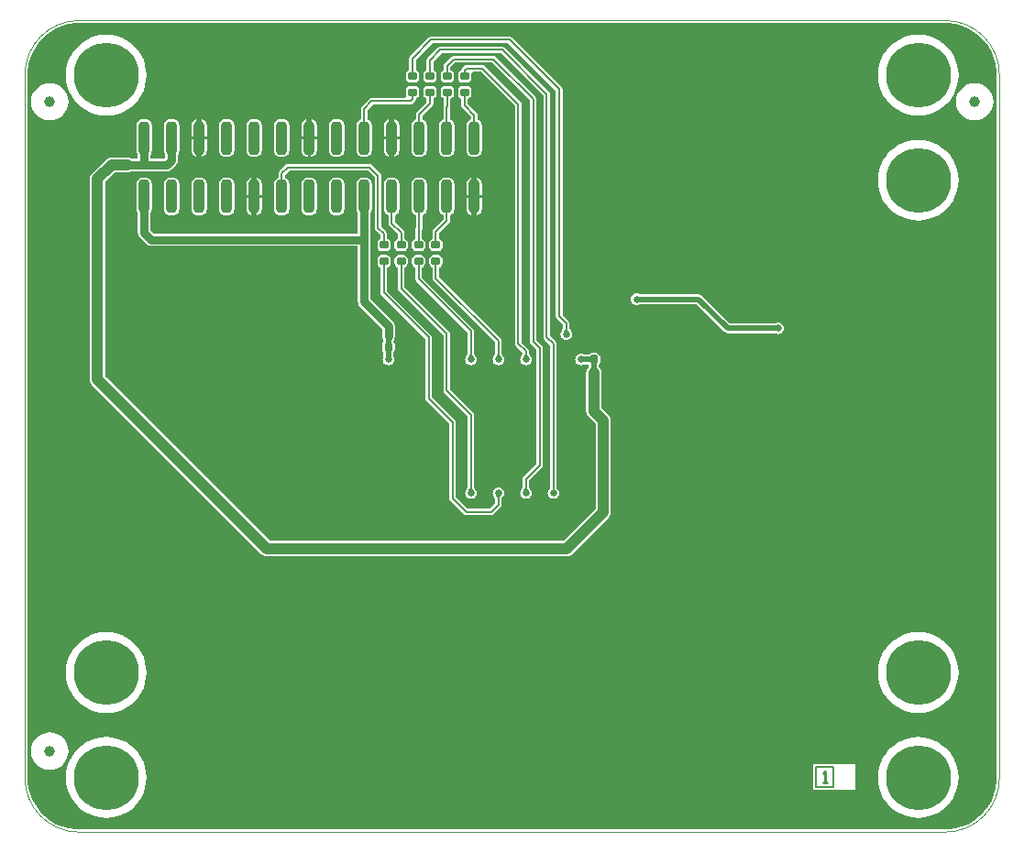
<source format=gtl>
G04*
G04 #@! TF.GenerationSoftware,Altium Limited,Altium Designer,21.1.1 (26)*
G04*
G04 Layer_Physical_Order=1*
G04 Layer_Color=255*
%FSAX44Y44*%
%MOMM*%
G71*
G04*
G04 #@! TF.SameCoordinates,61528D9D-F366-43B7-8DC3-677D280EAED6*
G04*
G04*
G04 #@! TF.FilePolarity,Positive*
G04*
G01*
G75*
%ADD10C,0.5000*%
%ADD12C,0.2500*%
%ADD13C,0.2000*%
%ADD14C,0.1000*%
G04:AMPARAMS|DCode=21|XSize=0.75mm|YSize=0.8mm|CornerRadius=0.1875mm|HoleSize=0mm|Usage=FLASHONLY|Rotation=180.000|XOffset=0mm|YOffset=0mm|HoleType=Round|Shape=RoundedRectangle|*
%AMROUNDEDRECTD21*
21,1,0.7500,0.4250,0,0,180.0*
21,1,0.3750,0.8000,0,0,180.0*
1,1,0.3750,-0.1875,0.2125*
1,1,0.3750,0.1875,0.2125*
1,1,0.3750,0.1875,-0.2125*
1,1,0.3750,-0.1875,-0.2125*
%
%ADD21ROUNDEDRECTD21*%
%ADD22C,1.0000*%
G04:AMPARAMS|DCode=23|XSize=0.75mm|YSize=0.8mm|CornerRadius=0.1875mm|HoleSize=0mm|Usage=FLASHONLY|Rotation=90.000|XOffset=0mm|YOffset=0mm|HoleType=Round|Shape=RoundedRectangle|*
%AMROUNDEDRECTD23*
21,1,0.7500,0.4250,0,0,90.0*
21,1,0.3750,0.8000,0,0,90.0*
1,1,0.3750,0.2125,0.1875*
1,1,0.3750,0.2125,-0.1875*
1,1,0.3750,-0.2125,-0.1875*
1,1,0.3750,-0.2125,0.1875*
%
%ADD23ROUNDEDRECTD23*%
G04:AMPARAMS|DCode=24|XSize=1mm|YSize=3.1mm|CornerRadius=0.375mm|HoleSize=0mm|Usage=FLASHONLY|Rotation=0.000|XOffset=0mm|YOffset=0mm|HoleType=Round|Shape=RoundedRectangle|*
%AMROUNDEDRECTD24*
21,1,1.0000,2.3500,0,0,0.0*
21,1,0.2500,3.1000,0,0,0.0*
1,1,0.7500,0.1250,-1.1750*
1,1,0.7500,-0.1250,-1.1750*
1,1,0.7500,-0.1250,1.1750*
1,1,0.7500,0.1250,1.1750*
%
%ADD24ROUNDEDRECTD24*%
%ADD25C,0.7500*%
%ADD26C,1.0000*%
%ADD27C,6.0000*%
%ADD28C,0.6500*%
G36*
X00859277Y00746639D02*
X00865285Y00745029D01*
X00871032Y00742649D01*
X00876419Y00739539D01*
X00881354Y00735752D01*
X00885752Y00731354D01*
X00889539Y00726419D01*
X00892649Y00721032D01*
X00895029Y00715285D01*
X00896639Y00709277D01*
X00897451Y00703110D01*
X00897451Y00700000D01*
X00897451Y00050000D01*
Y00046890D01*
X00896639Y00040723D01*
X00895029Y00034715D01*
X00892649Y00028968D01*
X00889539Y00023581D01*
X00885752Y00018646D01*
X00881354Y00014248D01*
X00876419Y00010461D01*
X00871032Y00007351D01*
X00865285Y00004971D01*
X00859277Y00003361D01*
X00853110Y00002549D01*
X00046890D01*
X00040723Y00003361D01*
X00034715Y00004971D01*
X00028968Y00007351D01*
X00023581Y00010461D01*
X00018646Y00014248D01*
X00014248Y00018646D01*
X00010461Y00023581D01*
X00007351Y00028968D01*
X00004971Y00034715D01*
X00003361Y00040723D01*
X00002549Y00046890D01*
Y00050000D01*
Y00700000D01*
Y00703110D01*
X00003361Y00709277D01*
X00004971Y00715285D01*
X00007351Y00721032D01*
X00010461Y00726419D01*
X00014248Y00731354D01*
X00018646Y00735752D01*
X00023581Y00739539D01*
X00028968Y00742649D01*
X00034715Y00745029D01*
X00040723Y00746639D01*
X00046890Y00747451D01*
X00853110D01*
X00859277Y00746639D01*
D02*
G37*
%LPC*%
G36*
X00447652Y00735328D02*
X00447651Y00735328D01*
X00375269D01*
X00375269Y00735328D01*
X00374098Y00735095D01*
X00373106Y00734432D01*
X00373106Y00734432D01*
X00355837Y00717163D01*
X00355174Y00716171D01*
X00354941Y00715000D01*
X00354941Y00715000D01*
Y00704140D01*
X00354363Y00704025D01*
X00353081Y00703169D01*
X00352225Y00701887D01*
X00351924Y00700375D01*
Y00696625D01*
X00352225Y00695113D01*
X00353081Y00693831D01*
X00354363Y00692975D01*
X00355875Y00692674D01*
X00360125D01*
X00361637Y00692975D01*
X00362919Y00693831D01*
X00363775Y00695113D01*
X00364076Y00696625D01*
Y00700375D01*
X00363775Y00701887D01*
X00362919Y00703169D01*
X00361637Y00704025D01*
X00361059Y00704140D01*
Y00713733D01*
X00376536Y00729210D01*
X00446385D01*
X00490441Y00685153D01*
Y00476500D01*
X00490441Y00476500D01*
X00490674Y00475330D01*
X00491337Y00474337D01*
X00496941Y00468733D01*
Y00465455D01*
X00495959Y00463357D01*
X00495414Y00462648D01*
X00494885Y00461371D01*
X00494705Y00460000D01*
X00494885Y00458629D01*
X00495414Y00457352D01*
X00496256Y00456256D01*
X00497352Y00455414D01*
X00498629Y00454885D01*
X00500000Y00454705D01*
X00501371Y00454885D01*
X00502648Y00455414D01*
X00503744Y00456256D01*
X00504586Y00457352D01*
X00505115Y00458629D01*
X00505295Y00460000D01*
X00505115Y00461371D01*
X00504586Y00462648D01*
X00504041Y00463357D01*
X00503059Y00465454D01*
Y00470000D01*
X00502826Y00471171D01*
X00502163Y00472163D01*
X00502163Y00472163D01*
X00496559Y00477767D01*
Y00686420D01*
X00496559Y00686420D01*
X00496326Y00687591D01*
X00495663Y00688583D01*
X00449814Y00734432D01*
X00448822Y00735095D01*
X00447652Y00735328D01*
D02*
G37*
G36*
X00440649Y00726205D02*
X00440649Y00726205D01*
X00383646D01*
X00383646Y00726205D01*
X00382476Y00725972D01*
X00381483Y00725309D01*
X00381483Y00725309D01*
X00371837Y00715663D01*
X00371174Y00714670D01*
X00370941Y00713500D01*
X00370941Y00713500D01*
Y00704140D01*
X00370363Y00704025D01*
X00369081Y00703169D01*
X00368225Y00701887D01*
X00367924Y00700375D01*
Y00696625D01*
X00368225Y00695113D01*
X00369081Y00693831D01*
X00370363Y00692975D01*
X00371875Y00692674D01*
X00376125D01*
X00377637Y00692975D01*
X00378919Y00693831D01*
X00379775Y00695113D01*
X00380076Y00696625D01*
Y00700375D01*
X00379775Y00701887D01*
X00378919Y00703169D01*
X00377637Y00704025D01*
X00377059Y00704140D01*
Y00712233D01*
X00384913Y00720088D01*
X00439382D01*
X00478683Y00680786D01*
Y00457408D01*
X00478683Y00457408D01*
X00478916Y00456237D01*
X00479579Y00455245D01*
X00485041Y00449783D01*
Y00317570D01*
X00484356Y00317044D01*
X00483514Y00315948D01*
X00482985Y00314671D01*
X00482805Y00313300D01*
X00482985Y00311929D01*
X00483514Y00310652D01*
X00484356Y00309556D01*
X00485452Y00308714D01*
X00486730Y00308185D01*
X00488100Y00308005D01*
X00489470Y00308185D01*
X00490748Y00308714D01*
X00491844Y00309556D01*
X00492686Y00310652D01*
X00493215Y00311929D01*
X00493395Y00313300D01*
X00493215Y00314671D01*
X00492686Y00315948D01*
X00491844Y00317044D01*
X00491159Y00317570D01*
Y00451050D01*
X00490926Y00452221D01*
X00490263Y00453213D01*
X00490263Y00453213D01*
X00484801Y00458675D01*
Y00682053D01*
X00484801Y00682053D01*
X00484568Y00683224D01*
X00483905Y00684216D01*
X00442812Y00725309D01*
X00441820Y00725972D01*
X00440649Y00726205D01*
D02*
G37*
G36*
X00432600Y00717367D02*
X00432600Y00717367D01*
X00396262D01*
X00396262Y00717367D01*
X00395091Y00717135D01*
X00394099Y00716472D01*
X00387837Y00710210D01*
X00387174Y00709218D01*
X00386941Y00708047D01*
X00386941Y00708047D01*
Y00704140D01*
X00386363Y00704025D01*
X00385081Y00703169D01*
X00384225Y00701887D01*
X00383924Y00700375D01*
Y00696625D01*
X00384225Y00695113D01*
X00385081Y00693831D01*
X00386363Y00692975D01*
X00387875Y00692674D01*
X00392125D01*
X00393637Y00692975D01*
X00394919Y00693831D01*
X00395775Y00695113D01*
X00396076Y00696625D01*
Y00700375D01*
X00395775Y00701887D01*
X00394919Y00703169D01*
X00393637Y00704025D01*
X00393059Y00704140D01*
Y00706780D01*
X00397529Y00711250D01*
X00431333D01*
X00466512Y00676071D01*
Y00453229D01*
X00466512Y00453229D01*
X00466745Y00452058D01*
X00467408Y00451066D01*
X00472441Y00446033D01*
Y00340200D01*
X00460537Y00328296D01*
X00459874Y00327304D01*
X00459641Y00326133D01*
X00459641Y00326133D01*
Y00318755D01*
X00458659Y00316657D01*
X00458114Y00315948D01*
X00457585Y00314671D01*
X00457405Y00313300D01*
X00457585Y00311929D01*
X00458114Y00310652D01*
X00458956Y00309556D01*
X00460052Y00308714D01*
X00461329Y00308185D01*
X00462700Y00308005D01*
X00464071Y00308185D01*
X00465348Y00308714D01*
X00466444Y00309556D01*
X00467286Y00310652D01*
X00467815Y00311929D01*
X00467995Y00313300D01*
X00467815Y00314671D01*
X00467286Y00315948D01*
X00466741Y00316657D01*
X00465759Y00318755D01*
Y00324866D01*
X00477663Y00336770D01*
X00477663Y00336770D01*
X00478326Y00337763D01*
X00478559Y00338933D01*
X00478559Y00338933D01*
Y00447300D01*
X00478559Y00447300D01*
X00478326Y00448471D01*
X00477663Y00449463D01*
X00477663Y00449463D01*
X00472630Y00454496D01*
Y00677338D01*
X00472397Y00678508D01*
X00471734Y00679501D01*
X00471734Y00679501D01*
X00434763Y00716472D01*
X00433771Y00717135D01*
X00432600Y00717367D01*
D02*
G37*
G36*
X00360125Y00689326D02*
X00355875D01*
X00354363Y00689025D01*
X00353081Y00688169D01*
X00352225Y00686887D01*
X00351924Y00685375D01*
Y00681625D01*
X00352151Y00680486D01*
X00351436Y00679140D01*
X00350906Y00678486D01*
X00320100D01*
X00318930Y00678253D01*
X00317938Y00677590D01*
X00317937Y00677590D01*
X00311137Y00670790D01*
X00310474Y00669798D01*
X00310241Y00668627D01*
X00310241Y00668627D01*
Y00658725D01*
X00309150Y00658273D01*
X00307949Y00657351D01*
X00307027Y00656150D01*
X00306448Y00654751D01*
X00306250Y00653250D01*
Y00629750D01*
X00306448Y00628249D01*
X00307027Y00626850D01*
X00307949Y00625649D01*
X00309150Y00624727D01*
X00310549Y00624148D01*
X00312050Y00623950D01*
X00314550D01*
X00316051Y00624148D01*
X00317450Y00624727D01*
X00318651Y00625649D01*
X00319573Y00626850D01*
X00320152Y00628249D01*
X00320350Y00629750D01*
Y00653250D01*
X00320152Y00654751D01*
X00319573Y00656150D01*
X00318651Y00657351D01*
X00317450Y00658273D01*
X00316359Y00658725D01*
Y00667360D01*
X00321367Y00672369D01*
X00356036D01*
X00356036Y00672369D01*
X00357207Y00672602D01*
X00358199Y00673265D01*
X00360163Y00675228D01*
X00360163Y00675228D01*
X00360826Y00676220D01*
X00361059Y00677391D01*
Y00677860D01*
X00361637Y00677975D01*
X00362919Y00678831D01*
X00363775Y00680113D01*
X00364076Y00681625D01*
Y00685375D01*
X00363775Y00686887D01*
X00362919Y00688169D01*
X00361637Y00689025D01*
X00360125Y00689326D01*
D02*
G37*
G36*
X00825000Y00736830D02*
X00820127Y00736511D01*
X00815338Y00735558D01*
X00810714Y00733988D01*
X00806335Y00731829D01*
X00802275Y00729116D01*
X00798604Y00725896D01*
X00795384Y00722225D01*
X00792671Y00718165D01*
X00790512Y00713786D01*
X00788942Y00709162D01*
X00787989Y00704373D01*
X00787670Y00699500D01*
X00787989Y00694628D01*
X00788942Y00689838D01*
X00790512Y00685214D01*
X00792671Y00680835D01*
X00795384Y00676775D01*
X00798604Y00673104D01*
X00802275Y00669884D01*
X00806335Y00667171D01*
X00810714Y00665012D01*
X00815338Y00663442D01*
X00820127Y00662489D01*
X00825000Y00662170D01*
X00829873Y00662489D01*
X00834662Y00663442D01*
X00839286Y00665012D01*
X00843665Y00667171D01*
X00847725Y00669884D01*
X00851396Y00673104D01*
X00854616Y00676775D01*
X00857329Y00680835D01*
X00859488Y00685214D01*
X00861058Y00689838D01*
X00862010Y00694628D01*
X00862330Y00699500D01*
X00862010Y00704373D01*
X00861058Y00709162D01*
X00859488Y00713786D01*
X00857329Y00718165D01*
X00854616Y00722225D01*
X00851396Y00725896D01*
X00847725Y00729116D01*
X00843665Y00731829D01*
X00839286Y00733988D01*
X00834662Y00735558D01*
X00829873Y00736511D01*
X00825000Y00736830D01*
D02*
G37*
G36*
X00075000D02*
X00070128Y00736511D01*
X00065338Y00735558D01*
X00060715Y00733988D01*
X00056335Y00731829D01*
X00052275Y00729116D01*
X00048604Y00725896D01*
X00045384Y00722225D01*
X00042671Y00718165D01*
X00040512Y00713786D01*
X00038942Y00709162D01*
X00037989Y00704373D01*
X00037670Y00699500D01*
X00037989Y00694628D01*
X00038942Y00689838D01*
X00040512Y00685214D01*
X00042671Y00680835D01*
X00045384Y00676775D01*
X00048604Y00673104D01*
X00052275Y00669884D01*
X00056335Y00667171D01*
X00060715Y00665012D01*
X00065338Y00663442D01*
X00070128Y00662489D01*
X00075000Y00662170D01*
X00079873Y00662489D01*
X00084662Y00663442D01*
X00089286Y00665012D01*
X00093665Y00667171D01*
X00097725Y00669884D01*
X00101396Y00673104D01*
X00104616Y00676775D01*
X00107329Y00680835D01*
X00109488Y00685214D01*
X00111058Y00689838D01*
X00112011Y00694628D01*
X00112330Y00699500D01*
X00112011Y00704373D01*
X00111058Y00709162D01*
X00109488Y00713786D01*
X00107329Y00718165D01*
X00104616Y00722225D01*
X00101396Y00725896D01*
X00097725Y00729116D01*
X00093665Y00731829D01*
X00089286Y00733988D01*
X00084662Y00735558D01*
X00079873Y00736511D01*
X00075000Y00736830D01*
D02*
G37*
G36*
X00877000Y00692333D02*
X00873618Y00692000D01*
X00870367Y00691014D01*
X00867370Y00689412D01*
X00864743Y00687257D01*
X00862588Y00684630D01*
X00860986Y00681633D01*
X00860000Y00678382D01*
X00859667Y00675000D01*
X00860000Y00671618D01*
X00860986Y00668367D01*
X00862588Y00665370D01*
X00864743Y00662743D01*
X00867370Y00660588D01*
X00870367Y00658986D01*
X00873618Y00658000D01*
X00877000Y00657667D01*
X00880382Y00658000D01*
X00883633Y00658986D01*
X00886630Y00660588D01*
X00889257Y00662743D01*
X00891412Y00665370D01*
X00893014Y00668367D01*
X00894000Y00671618D01*
X00894333Y00675000D01*
X00894000Y00678382D01*
X00893014Y00681633D01*
X00891412Y00684630D01*
X00889257Y00687257D01*
X00886630Y00689412D01*
X00883633Y00691014D01*
X00880382Y00692000D01*
X00877000Y00692333D01*
D02*
G37*
G36*
X00023000D02*
X00019618Y00692000D01*
X00016367Y00691014D01*
X00013370Y00689412D01*
X00010743Y00687257D01*
X00008588Y00684630D01*
X00006986Y00681633D01*
X00006000Y00678382D01*
X00005667Y00675000D01*
X00006000Y00671618D01*
X00006986Y00668367D01*
X00008588Y00665370D01*
X00010743Y00662743D01*
X00013370Y00660588D01*
X00016367Y00658986D01*
X00019618Y00658000D01*
X00023000Y00657667D01*
X00026382Y00658000D01*
X00029633Y00658986D01*
X00032630Y00660588D01*
X00035257Y00662743D01*
X00037412Y00665370D01*
X00039014Y00668367D01*
X00040000Y00671618D01*
X00040333Y00675000D01*
X00040000Y00678382D01*
X00039014Y00681633D01*
X00037412Y00684630D01*
X00035257Y00687257D01*
X00032630Y00689412D01*
X00029633Y00691014D01*
X00026382Y00692000D01*
X00023000Y00692333D01*
D02*
G37*
G36*
X00263750Y00659050D02*
Y00642750D01*
X00269550D01*
Y00653250D01*
X00269352Y00654751D01*
X00268773Y00656150D01*
X00267851Y00657351D01*
X00266650Y00658273D01*
X00265251Y00658852D01*
X00263750Y00659050D01*
D02*
G37*
G36*
X00261250D02*
X00259749Y00658852D01*
X00258350Y00658273D01*
X00257149Y00657351D01*
X00256227Y00656150D01*
X00255648Y00654751D01*
X00255450Y00653250D01*
Y00642750D01*
X00261250D01*
Y00659050D01*
D02*
G37*
G36*
X00339950Y00659050D02*
Y00642750D01*
X00345750D01*
Y00653250D01*
X00345552Y00654751D01*
X00344973Y00656150D01*
X00344051Y00657351D01*
X00342850Y00658273D01*
X00341451Y00658852D01*
X00339950Y00659050D01*
D02*
G37*
G36*
X00337450D02*
X00335949Y00658852D01*
X00334550Y00658273D01*
X00333349Y00657351D01*
X00332427Y00656150D01*
X00331848Y00654751D01*
X00331650Y00653250D01*
Y00642750D01*
X00337450D01*
Y00659050D01*
D02*
G37*
G36*
X00162150D02*
Y00642750D01*
X00167950D01*
Y00653250D01*
X00167752Y00654751D01*
X00167173Y00656150D01*
X00166251Y00657351D01*
X00165050Y00658273D01*
X00163651Y00658852D01*
X00162150Y00659050D01*
D02*
G37*
G36*
X00159650D02*
X00158149Y00658852D01*
X00156750Y00658273D01*
X00155549Y00657351D01*
X00154627Y00656150D01*
X00154048Y00654751D01*
X00153850Y00653250D01*
Y00642750D01*
X00159650D01*
Y00659050D01*
D02*
G37*
G36*
X00269550Y00640250D02*
X00263750D01*
Y00623950D01*
X00265251Y00624148D01*
X00266650Y00624727D01*
X00267851Y00625649D01*
X00268773Y00626850D01*
X00269352Y00628249D01*
X00269550Y00629750D01*
Y00640250D01*
D02*
G37*
G36*
X00261250D02*
X00255450D01*
Y00629750D01*
X00255648Y00628249D01*
X00256227Y00626850D01*
X00257149Y00625649D01*
X00258350Y00624727D01*
X00259749Y00624148D01*
X00261250Y00623950D01*
Y00640250D01*
D02*
G37*
G36*
X00408125Y00689326D02*
X00403875D01*
X00402363Y00689025D01*
X00401081Y00688169D01*
X00400225Y00686887D01*
X00399924Y00685375D01*
Y00681625D01*
X00400225Y00680113D01*
X00401081Y00678831D01*
X00402363Y00677975D01*
X00402941Y00677860D01*
Y00671500D01*
X00402941Y00671500D01*
X00403174Y00670329D01*
X00403837Y00669337D01*
X00411841Y00661333D01*
Y00658725D01*
X00410750Y00658273D01*
X00409549Y00657351D01*
X00408627Y00656150D01*
X00408048Y00654751D01*
X00407850Y00653250D01*
Y00629750D01*
X00408048Y00628249D01*
X00408627Y00626850D01*
X00409549Y00625649D01*
X00410750Y00624727D01*
X00412149Y00624148D01*
X00413650Y00623950D01*
X00416150D01*
X00417651Y00624148D01*
X00419050Y00624727D01*
X00420251Y00625649D01*
X00421173Y00626850D01*
X00421752Y00628249D01*
X00421950Y00629750D01*
Y00653250D01*
X00421752Y00654751D01*
X00421173Y00656150D01*
X00420251Y00657351D01*
X00419050Y00658273D01*
X00417959Y00658725D01*
Y00662600D01*
X00417959Y00662600D01*
X00417726Y00663771D01*
X00417063Y00664763D01*
X00409059Y00672767D01*
Y00677860D01*
X00409637Y00677975D01*
X00410919Y00678831D01*
X00411775Y00680113D01*
X00412076Y00681625D01*
Y00685375D01*
X00411775Y00686887D01*
X00410919Y00688169D01*
X00409637Y00689025D01*
X00408125Y00689326D01*
D02*
G37*
G36*
X00392125D02*
X00387875D01*
X00386363Y00689025D01*
X00385081Y00688169D01*
X00384225Y00686887D01*
X00383924Y00685375D01*
Y00681625D01*
X00384225Y00680113D01*
X00385081Y00678831D01*
X00386363Y00677975D01*
X00386941Y00677860D01*
Y00671570D01*
X00386674Y00671171D01*
X00386441Y00670000D01*
X00386441Y00670000D01*
Y00658725D01*
X00385350Y00658273D01*
X00384149Y00657351D01*
X00383227Y00656150D01*
X00382648Y00654751D01*
X00382450Y00653250D01*
Y00629750D01*
X00382648Y00628249D01*
X00383227Y00626850D01*
X00384149Y00625649D01*
X00385350Y00624727D01*
X00386749Y00624148D01*
X00388250Y00623950D01*
X00390750D01*
X00392251Y00624148D01*
X00393650Y00624727D01*
X00394851Y00625649D01*
X00395773Y00626850D01*
X00396352Y00628249D01*
X00396550Y00629750D01*
Y00653250D01*
X00396352Y00654751D01*
X00395773Y00656150D01*
X00394851Y00657351D01*
X00393650Y00658273D01*
X00392559Y00658725D01*
Y00668930D01*
X00392826Y00669330D01*
X00393059Y00670500D01*
X00393059Y00670500D01*
Y00677860D01*
X00393637Y00677975D01*
X00394919Y00678831D01*
X00395775Y00680113D01*
X00396076Y00681625D01*
Y00685375D01*
X00395775Y00686887D01*
X00394919Y00688169D01*
X00393637Y00689025D01*
X00392125Y00689326D01*
D02*
G37*
G36*
X00376125D02*
X00371875D01*
X00370363Y00689025D01*
X00369081Y00688169D01*
X00368225Y00686887D01*
X00367924Y00685375D01*
Y00681625D01*
X00368225Y00680113D01*
X00369081Y00678831D01*
X00370363Y00677975D01*
X00370941Y00677860D01*
Y00674267D01*
X00361937Y00665263D01*
X00361274Y00664271D01*
X00361041Y00663100D01*
X00361041Y00663100D01*
Y00658725D01*
X00359950Y00658273D01*
X00358749Y00657351D01*
X00357827Y00656150D01*
X00357248Y00654751D01*
X00357050Y00653250D01*
Y00629750D01*
X00357248Y00628249D01*
X00357827Y00626850D01*
X00358749Y00625649D01*
X00359950Y00624727D01*
X00361349Y00624148D01*
X00362850Y00623950D01*
X00365350D01*
X00366851Y00624148D01*
X00368250Y00624727D01*
X00369451Y00625649D01*
X00370373Y00626850D01*
X00370952Y00628249D01*
X00371150Y00629750D01*
Y00653250D01*
X00370952Y00654751D01*
X00370373Y00656150D01*
X00369451Y00657351D01*
X00368250Y00658273D01*
X00367159Y00658725D01*
Y00661833D01*
X00376163Y00670837D01*
X00376163Y00670837D01*
X00376826Y00671830D01*
X00377059Y00673000D01*
X00377059Y00673000D01*
Y00677860D01*
X00377637Y00677975D01*
X00378919Y00678831D01*
X00379775Y00680113D01*
X00380076Y00681625D01*
Y00685375D01*
X00379775Y00686887D01*
X00378919Y00688169D01*
X00377637Y00689025D01*
X00376125Y00689326D01*
D02*
G37*
G36*
X00345750Y00640250D02*
X00339950D01*
Y00623950D01*
X00341451Y00624148D01*
X00342850Y00624727D01*
X00344051Y00625649D01*
X00344973Y00626850D01*
X00345552Y00628249D01*
X00345750Y00629750D01*
Y00640250D01*
D02*
G37*
G36*
X00337450D02*
X00331650D01*
Y00629750D01*
X00331848Y00628249D01*
X00332427Y00626850D01*
X00333349Y00625649D01*
X00334550Y00624727D01*
X00335949Y00624148D01*
X00337450Y00623950D01*
Y00640250D01*
D02*
G37*
G36*
X00289150Y00659050D02*
X00286650D01*
X00285149Y00658852D01*
X00283750Y00658273D01*
X00282549Y00657351D01*
X00281627Y00656150D01*
X00281048Y00654751D01*
X00280850Y00653250D01*
Y00629750D01*
X00281048Y00628249D01*
X00281627Y00626850D01*
X00282549Y00625649D01*
X00283750Y00624727D01*
X00285149Y00624148D01*
X00286650Y00623950D01*
X00289150D01*
X00290651Y00624148D01*
X00292050Y00624727D01*
X00293251Y00625649D01*
X00294173Y00626850D01*
X00294752Y00628249D01*
X00294950Y00629750D01*
Y00653250D01*
X00294752Y00654751D01*
X00294173Y00656150D01*
X00293251Y00657351D01*
X00292050Y00658273D01*
X00290651Y00658852D01*
X00289150Y00659050D01*
D02*
G37*
G36*
X00238350D02*
X00235850D01*
X00234349Y00658852D01*
X00232950Y00658273D01*
X00231749Y00657351D01*
X00230827Y00656150D01*
X00230248Y00654751D01*
X00230050Y00653250D01*
Y00629750D01*
X00230248Y00628249D01*
X00230827Y00626850D01*
X00231749Y00625649D01*
X00232950Y00624727D01*
X00234349Y00624148D01*
X00235850Y00623950D01*
X00238350D01*
X00239851Y00624148D01*
X00241250Y00624727D01*
X00242451Y00625649D01*
X00243373Y00626850D01*
X00243952Y00628249D01*
X00244150Y00629750D01*
Y00653250D01*
X00243952Y00654751D01*
X00243373Y00656150D01*
X00242451Y00657351D01*
X00241250Y00658273D01*
X00239851Y00658852D01*
X00238350Y00659050D01*
D02*
G37*
G36*
X00212950D02*
X00210450D01*
X00208949Y00658852D01*
X00207550Y00658273D01*
X00206349Y00657351D01*
X00205427Y00656150D01*
X00204848Y00654751D01*
X00204650Y00653250D01*
Y00629750D01*
X00204848Y00628249D01*
X00205427Y00626850D01*
X00206349Y00625649D01*
X00207550Y00624727D01*
X00208949Y00624148D01*
X00210450Y00623950D01*
X00212950D01*
X00214451Y00624148D01*
X00215850Y00624727D01*
X00217051Y00625649D01*
X00217973Y00626850D01*
X00218552Y00628249D01*
X00218750Y00629750D01*
Y00653250D01*
X00218552Y00654751D01*
X00217973Y00656150D01*
X00217051Y00657351D01*
X00215850Y00658273D01*
X00214451Y00658852D01*
X00212950Y00659050D01*
D02*
G37*
G36*
X00187550D02*
X00185050D01*
X00183549Y00658852D01*
X00182150Y00658273D01*
X00180949Y00657351D01*
X00180027Y00656150D01*
X00179448Y00654751D01*
X00179250Y00653250D01*
Y00629750D01*
X00179448Y00628249D01*
X00180027Y00626850D01*
X00180949Y00625649D01*
X00182150Y00624727D01*
X00183549Y00624148D01*
X00185050Y00623950D01*
X00187550D01*
X00189051Y00624148D01*
X00190450Y00624727D01*
X00191651Y00625649D01*
X00192573Y00626850D01*
X00193152Y00628249D01*
X00193350Y00629750D01*
Y00653250D01*
X00193152Y00654751D01*
X00192573Y00656150D01*
X00191651Y00657351D01*
X00190450Y00658273D01*
X00189051Y00658852D01*
X00187550Y00659050D01*
D02*
G37*
G36*
X00167950Y00640250D02*
X00162150D01*
Y00623950D01*
X00163651Y00624148D01*
X00165050Y00624727D01*
X00166251Y00625649D01*
X00167173Y00626850D01*
X00167752Y00628249D01*
X00167950Y00629750D01*
Y00640250D01*
D02*
G37*
G36*
X00159650D02*
X00153850D01*
Y00629750D01*
X00154048Y00628249D01*
X00154627Y00626850D01*
X00155549Y00625649D01*
X00156750Y00624727D01*
X00158149Y00624148D01*
X00159650Y00623950D01*
Y00640250D01*
D02*
G37*
G36*
X00136750Y00659050D02*
X00134250D01*
X00132749Y00658852D01*
X00131350Y00658273D01*
X00130149Y00657351D01*
X00129228Y00656150D01*
X00128648Y00654751D01*
X00128450Y00653250D01*
Y00629750D01*
X00128648Y00628249D01*
X00129228Y00626850D01*
X00129700Y00626234D01*
Y00623296D01*
X00128704Y00622300D01*
X00115900D01*
Y00626234D01*
X00116373Y00626850D01*
X00116952Y00628249D01*
X00117150Y00629750D01*
Y00653250D01*
X00116952Y00654751D01*
X00116373Y00656150D01*
X00115451Y00657351D01*
X00114250Y00658273D01*
X00112851Y00658852D01*
X00111350Y00659050D01*
X00108850D01*
X00107349Y00658852D01*
X00105950Y00658273D01*
X00104749Y00657351D01*
X00103827Y00656150D01*
X00103248Y00654751D01*
X00103050Y00653250D01*
Y00629750D01*
X00103248Y00628249D01*
X00103827Y00626850D01*
X00104300Y00626234D01*
Y00622300D01*
X00098441D01*
X00098030Y00622615D01*
X00096327Y00623320D01*
X00094500Y00623560D01*
X00080000D01*
X00078173Y00623320D01*
X00076470Y00622615D01*
X00075008Y00621493D01*
X00062007Y00608492D01*
X00060886Y00607030D01*
X00060180Y00605327D01*
X00059940Y00603500D01*
Y00418458D01*
X00060180Y00416630D01*
X00060886Y00414927D01*
X00062007Y00413465D01*
X00218465Y00257008D01*
X00219927Y00255886D01*
X00221630Y00255180D01*
X00223458Y00254940D01*
X00500500D01*
X00502327Y00255180D01*
X00504030Y00255886D01*
X00505493Y00257008D01*
X00538992Y00290508D01*
X00540115Y00291970D01*
X00540820Y00293673D01*
X00541060Y00295500D01*
Y00380500D01*
X00540820Y00382327D01*
X00540115Y00384030D01*
X00538992Y00385492D01*
X00532360Y00392124D01*
Y00424300D01*
X00532120Y00426127D01*
X00531414Y00427830D01*
X00530292Y00429292D01*
X00529888Y00429603D01*
Y00431727D01*
X00529969Y00431781D01*
X00530825Y00433063D01*
X00531126Y00434575D01*
Y00438825D01*
X00530825Y00440337D01*
X00529969Y00441619D01*
X00528687Y00442475D01*
X00527175Y00442776D01*
X00523425D01*
X00521913Y00442475D01*
X00520631Y00441619D01*
X00520410Y00441288D01*
X00516142D01*
X00514870Y00441815D01*
X00513500Y00441995D01*
X00512130Y00441815D01*
X00510852Y00441286D01*
X00509756Y00440444D01*
X00508914Y00439348D01*
X00508385Y00438070D01*
X00508205Y00436700D01*
X00508385Y00435330D01*
X00508914Y00434052D01*
X00509756Y00432956D01*
X00510852Y00432114D01*
X00512130Y00431585D01*
X00513500Y00431405D01*
X00514870Y00431585D01*
X00516142Y00432112D01*
X00520410D01*
X00520631Y00431781D01*
X00520712Y00431727D01*
Y00429603D01*
X00520308Y00429292D01*
X00519185Y00427830D01*
X00518480Y00426127D01*
X00518240Y00424300D01*
Y00389200D01*
X00518480Y00387373D01*
X00519185Y00385670D01*
X00520308Y00384208D01*
X00526940Y00377575D01*
Y00298424D01*
X00497575Y00269060D01*
X00226382D01*
X00074060Y00421382D01*
Y00600575D01*
X00082924Y00609440D01*
X00094500D01*
X00096327Y00609680D01*
X00098030Y00610386D01*
X00098441Y00610700D01*
X00131107D01*
X00132608Y00610898D01*
X00134006Y00611477D01*
X00135208Y00612399D01*
X00139601Y00616792D01*
X00140523Y00617994D01*
X00141102Y00619392D01*
X00141300Y00620893D01*
Y00626234D01*
X00141773Y00626850D01*
X00142352Y00628249D01*
X00142550Y00629750D01*
Y00653250D01*
X00142352Y00654751D01*
X00141773Y00656150D01*
X00140851Y00657351D01*
X00139650Y00658273D01*
X00138251Y00658852D01*
X00136750Y00659050D01*
D02*
G37*
G36*
X00318221Y00617422D02*
X00318221Y00617422D01*
X00242833D01*
X00242832Y00617422D01*
X00241662Y00617189D01*
X00240669Y00616526D01*
X00240669Y00616526D01*
X00234937Y00610794D01*
X00234274Y00609801D01*
X00234041Y00608631D01*
X00234041Y00608631D01*
Y00604725D01*
X00232950Y00604273D01*
X00231749Y00603351D01*
X00230827Y00602150D01*
X00230248Y00600751D01*
X00230050Y00599250D01*
Y00575750D01*
X00230248Y00574249D01*
X00230827Y00572850D01*
X00231749Y00571649D01*
X00232950Y00570727D01*
X00234349Y00570148D01*
X00235850Y00569950D01*
X00238350D01*
X00239851Y00570148D01*
X00241250Y00570727D01*
X00242451Y00571649D01*
X00243373Y00572850D01*
X00243952Y00574249D01*
X00244150Y00575750D01*
Y00599250D01*
X00243952Y00600751D01*
X00243373Y00602150D01*
X00242451Y00603351D01*
X00241250Y00604273D01*
X00240159Y00604725D01*
Y00607364D01*
X00244099Y00611304D01*
X00316954D01*
X00322941Y00605317D01*
Y00558500D01*
X00322941Y00558500D01*
X00323174Y00557329D01*
X00323837Y00556337D01*
X00328441Y00551733D01*
Y00548140D01*
X00327863Y00548025D01*
X00326581Y00547169D01*
X00325725Y00545887D01*
X00325424Y00544375D01*
Y00540625D01*
X00325725Y00539113D01*
X00326581Y00537831D01*
X00327863Y00536975D01*
X00329375Y00536674D01*
X00333625D01*
X00335137Y00536975D01*
X00336419Y00537831D01*
X00337275Y00539113D01*
X00337576Y00540625D01*
Y00544375D01*
X00337275Y00545887D01*
X00336419Y00547169D01*
X00335137Y00548025D01*
X00334559Y00548140D01*
Y00553000D01*
X00334559Y00553000D01*
X00334326Y00554170D01*
X00333663Y00555163D01*
X00333663Y00555163D01*
X00329059Y00559767D01*
Y00606584D01*
X00328826Y00607754D01*
X00328163Y00608747D01*
X00328163Y00608747D01*
X00320384Y00616526D01*
X00319391Y00617189D01*
X00318221Y00617422D01*
D02*
G37*
G36*
X00416150Y00605050D02*
Y00588750D01*
X00421950D01*
Y00599250D01*
X00421752Y00600751D01*
X00421173Y00602150D01*
X00420251Y00603351D01*
X00419050Y00604273D01*
X00417651Y00604852D01*
X00416150Y00605050D01*
D02*
G37*
G36*
X00413650D02*
X00412149Y00604852D01*
X00410750Y00604273D01*
X00409549Y00603351D01*
X00408627Y00602150D01*
X00408048Y00600751D01*
X00407850Y00599250D01*
Y00588750D01*
X00413650D01*
Y00605050D01*
D02*
G37*
G36*
X00212950Y00605050D02*
Y00588750D01*
X00218750D01*
Y00599250D01*
X00218552Y00600751D01*
X00217973Y00602150D01*
X00217051Y00603351D01*
X00215850Y00604273D01*
X00214451Y00604852D01*
X00212950Y00605050D01*
D02*
G37*
G36*
X00210450D02*
X00208949Y00604852D01*
X00207550Y00604273D01*
X00206349Y00603351D01*
X00205427Y00602150D01*
X00204848Y00600751D01*
X00204650Y00599250D01*
Y00588750D01*
X00210450D01*
Y00605050D01*
D02*
G37*
G36*
X00421950Y00586250D02*
X00416150D01*
Y00569950D01*
X00417651Y00570148D01*
X00419050Y00570727D01*
X00420251Y00571649D01*
X00421173Y00572850D01*
X00421752Y00574249D01*
X00421950Y00575750D01*
Y00586250D01*
D02*
G37*
G36*
X00413650D02*
X00407850D01*
Y00575750D01*
X00408048Y00574249D01*
X00408627Y00572850D01*
X00409549Y00571649D01*
X00410750Y00570727D01*
X00412149Y00570148D01*
X00413650Y00569950D01*
Y00586250D01*
D02*
G37*
G36*
X00289150Y00605050D02*
X00286650D01*
X00285149Y00604852D01*
X00283750Y00604273D01*
X00282549Y00603351D01*
X00281627Y00602150D01*
X00281048Y00600751D01*
X00280850Y00599250D01*
Y00575750D01*
X00281048Y00574249D01*
X00281627Y00572850D01*
X00282549Y00571649D01*
X00283750Y00570727D01*
X00285149Y00570148D01*
X00286650Y00569950D01*
X00289150D01*
X00290651Y00570148D01*
X00292050Y00570727D01*
X00293251Y00571649D01*
X00294173Y00572850D01*
X00294752Y00574249D01*
X00294950Y00575750D01*
Y00599250D01*
X00294752Y00600751D01*
X00294173Y00602150D01*
X00293251Y00603351D01*
X00292050Y00604273D01*
X00290651Y00604852D01*
X00289150Y00605050D01*
D02*
G37*
G36*
X00263750D02*
X00261250D01*
X00259749Y00604852D01*
X00258350Y00604273D01*
X00257149Y00603351D01*
X00256227Y00602150D01*
X00255648Y00600751D01*
X00255450Y00599250D01*
Y00575750D01*
X00255648Y00574249D01*
X00256227Y00572850D01*
X00257149Y00571649D01*
X00258350Y00570727D01*
X00259749Y00570148D01*
X00261250Y00569950D01*
X00263750D01*
X00265251Y00570148D01*
X00266650Y00570727D01*
X00267851Y00571649D01*
X00268773Y00572850D01*
X00269352Y00574249D01*
X00269550Y00575750D01*
Y00599250D01*
X00269352Y00600751D01*
X00268773Y00602150D01*
X00267851Y00603351D01*
X00266650Y00604273D01*
X00265251Y00604852D01*
X00263750Y00605050D01*
D02*
G37*
G36*
X00187550D02*
X00185050D01*
X00183549Y00604852D01*
X00182150Y00604273D01*
X00180949Y00603351D01*
X00180027Y00602150D01*
X00179448Y00600751D01*
X00179250Y00599250D01*
Y00575750D01*
X00179448Y00574249D01*
X00180027Y00572850D01*
X00180949Y00571649D01*
X00182150Y00570727D01*
X00183549Y00570148D01*
X00185050Y00569950D01*
X00187550D01*
X00189051Y00570148D01*
X00190450Y00570727D01*
X00191651Y00571649D01*
X00192573Y00572850D01*
X00193152Y00574249D01*
X00193350Y00575750D01*
Y00599250D01*
X00193152Y00600751D01*
X00192573Y00602150D01*
X00191651Y00603351D01*
X00190450Y00604273D01*
X00189051Y00604852D01*
X00187550Y00605050D01*
D02*
G37*
G36*
X00162150D02*
X00159650D01*
X00158149Y00604852D01*
X00156750Y00604273D01*
X00155549Y00603351D01*
X00154627Y00602150D01*
X00154048Y00600751D01*
X00153850Y00599250D01*
Y00575750D01*
X00154048Y00574249D01*
X00154627Y00572850D01*
X00155549Y00571649D01*
X00156750Y00570727D01*
X00158149Y00570148D01*
X00159650Y00569950D01*
X00162150D01*
X00163651Y00570148D01*
X00165050Y00570727D01*
X00166251Y00571649D01*
X00167173Y00572850D01*
X00167752Y00574249D01*
X00167950Y00575750D01*
Y00599250D01*
X00167752Y00600751D01*
X00167173Y00602150D01*
X00166251Y00603351D01*
X00165050Y00604273D01*
X00163651Y00604852D01*
X00162150Y00605050D01*
D02*
G37*
G36*
X00136750D02*
X00134250D01*
X00132749Y00604852D01*
X00131350Y00604273D01*
X00130149Y00603351D01*
X00129227Y00602150D01*
X00128648Y00600751D01*
X00128450Y00599250D01*
Y00575750D01*
X00128648Y00574249D01*
X00129227Y00572850D01*
X00130149Y00571649D01*
X00131350Y00570727D01*
X00132749Y00570148D01*
X00134250Y00569950D01*
X00136750D01*
X00138251Y00570148D01*
X00139650Y00570727D01*
X00140851Y00571649D01*
X00141773Y00572850D01*
X00142352Y00574249D01*
X00142550Y00575750D01*
Y00599250D01*
X00142352Y00600751D01*
X00141773Y00602150D01*
X00140851Y00603351D01*
X00139650Y00604273D01*
X00138251Y00604852D01*
X00136750Y00605050D01*
D02*
G37*
G36*
X00218750Y00586250D02*
X00212950D01*
Y00569950D01*
X00214451Y00570148D01*
X00215850Y00570727D01*
X00217051Y00571649D01*
X00217973Y00572850D01*
X00218552Y00574249D01*
X00218750Y00575750D01*
Y00586250D01*
D02*
G37*
G36*
X00210450D02*
X00204650D01*
Y00575750D01*
X00204848Y00574249D01*
X00205427Y00572850D01*
X00206349Y00571649D01*
X00207550Y00570727D01*
X00208949Y00570148D01*
X00210450Y00569950D01*
Y00586250D01*
D02*
G37*
G36*
X00825000Y00639830D02*
X00820127Y00639511D01*
X00815338Y00638558D01*
X00810714Y00636988D01*
X00806335Y00634829D01*
X00802275Y00632116D01*
X00798604Y00628896D01*
X00795384Y00625225D01*
X00792671Y00621165D01*
X00790512Y00616786D01*
X00788942Y00612162D01*
X00787989Y00607373D01*
X00787670Y00602500D01*
X00787989Y00597627D01*
X00788942Y00592838D01*
X00790512Y00588214D01*
X00792671Y00583835D01*
X00795384Y00579775D01*
X00798604Y00576104D01*
X00802275Y00572884D01*
X00806335Y00570171D01*
X00810714Y00568012D01*
X00815338Y00566442D01*
X00820127Y00565489D01*
X00825000Y00565170D01*
X00829873Y00565489D01*
X00834662Y00566442D01*
X00839286Y00568012D01*
X00843665Y00570171D01*
X00847725Y00572884D01*
X00851396Y00576104D01*
X00854616Y00579775D01*
X00857329Y00583835D01*
X00859488Y00588214D01*
X00861058Y00592838D01*
X00862010Y00597627D01*
X00862330Y00602500D01*
X00862010Y00607373D01*
X00861058Y00612162D01*
X00859488Y00616786D01*
X00857329Y00621165D01*
X00854616Y00625225D01*
X00851396Y00628896D01*
X00847725Y00632116D01*
X00843665Y00634829D01*
X00839286Y00636988D01*
X00834662Y00638558D01*
X00829873Y00639511D01*
X00825000Y00639830D01*
D02*
G37*
G36*
X00365350Y00605050D02*
X00362850D01*
X00361349Y00604852D01*
X00359950Y00604273D01*
X00358749Y00603351D01*
X00357827Y00602150D01*
X00357248Y00600751D01*
X00357050Y00599250D01*
Y00575750D01*
X00357248Y00574249D01*
X00357827Y00572850D01*
X00358749Y00571649D01*
X00359950Y00570727D01*
X00360941Y00570317D01*
Y00558570D01*
X00360674Y00558171D01*
X00360441Y00557000D01*
X00360441Y00557000D01*
Y00548140D01*
X00359863Y00548025D01*
X00358581Y00547169D01*
X00357725Y00545887D01*
X00357424Y00544375D01*
Y00540625D01*
X00357725Y00539113D01*
X00358581Y00537831D01*
X00359863Y00536975D01*
X00361375Y00536674D01*
X00365625D01*
X00367137Y00536975D01*
X00368419Y00537831D01*
X00369275Y00539113D01*
X00369576Y00540625D01*
Y00544375D01*
X00369275Y00545887D01*
X00368419Y00547169D01*
X00367137Y00548025D01*
X00366559Y00548140D01*
Y00555930D01*
X00366826Y00556329D01*
X00367059Y00557500D01*
Y00570234D01*
X00368250Y00570727D01*
X00369451Y00571649D01*
X00370373Y00572850D01*
X00370952Y00574249D01*
X00371150Y00575750D01*
Y00599250D01*
X00370952Y00600751D01*
X00370373Y00602150D01*
X00369451Y00603351D01*
X00368250Y00604273D01*
X00366851Y00604852D01*
X00365350Y00605050D01*
D02*
G37*
G36*
X00339950D02*
X00337450D01*
X00335949Y00604852D01*
X00334550Y00604273D01*
X00333349Y00603351D01*
X00332427Y00602150D01*
X00331848Y00600751D01*
X00331650Y00599250D01*
Y00575750D01*
X00331848Y00574249D01*
X00332427Y00572850D01*
X00333349Y00571649D01*
X00334550Y00570727D01*
X00335641Y00570275D01*
Y00562800D01*
X00335641Y00562800D01*
X00335874Y00561629D01*
X00336537Y00560637D01*
X00344441Y00552733D01*
Y00548140D01*
X00343863Y00548025D01*
X00342581Y00547169D01*
X00341725Y00545887D01*
X00341424Y00544375D01*
Y00540625D01*
X00341725Y00539113D01*
X00342581Y00537831D01*
X00343863Y00536975D01*
X00345375Y00536674D01*
X00349625D01*
X00351137Y00536975D01*
X00352419Y00537831D01*
X00353275Y00539113D01*
X00353576Y00540625D01*
Y00544375D01*
X00353275Y00545887D01*
X00352419Y00547169D01*
X00351137Y00548025D01*
X00350559Y00548140D01*
Y00554000D01*
X00350559Y00554000D01*
X00350326Y00555171D01*
X00349663Y00556163D01*
X00349663Y00556163D01*
X00341759Y00564067D01*
Y00570275D01*
X00342850Y00570727D01*
X00344051Y00571649D01*
X00344973Y00572850D01*
X00345552Y00574249D01*
X00345750Y00575750D01*
Y00599250D01*
X00345552Y00600751D01*
X00344973Y00602150D01*
X00344051Y00603351D01*
X00342850Y00604273D01*
X00341451Y00604852D01*
X00339950Y00605050D01*
D02*
G37*
G36*
X00390750D02*
X00388250D01*
X00386749Y00604852D01*
X00385350Y00604273D01*
X00384149Y00603351D01*
X00383227Y00602150D01*
X00382648Y00600751D01*
X00382450Y00599250D01*
Y00575750D01*
X00382648Y00574249D01*
X00383227Y00572850D01*
X00384149Y00571649D01*
X00385350Y00570727D01*
X00386441Y00570275D01*
Y00566267D01*
X00377337Y00557163D01*
X00376674Y00556171D01*
X00376441Y00555000D01*
X00376441Y00555000D01*
Y00548140D01*
X00375863Y00548025D01*
X00374581Y00547169D01*
X00373725Y00545887D01*
X00373424Y00544375D01*
Y00540625D01*
X00373725Y00539113D01*
X00374581Y00537831D01*
X00375863Y00536975D01*
X00377375Y00536674D01*
X00381625D01*
X00383137Y00536975D01*
X00384419Y00537831D01*
X00385275Y00539113D01*
X00385576Y00540625D01*
Y00544375D01*
X00385275Y00545887D01*
X00384419Y00547169D01*
X00383137Y00548025D01*
X00382559Y00548140D01*
Y00553733D01*
X00391663Y00562837D01*
X00391663Y00562837D01*
X00392326Y00563829D01*
X00392559Y00565000D01*
Y00570275D01*
X00393650Y00570727D01*
X00394851Y00571649D01*
X00395773Y00572850D01*
X00396352Y00574249D01*
X00396550Y00575750D01*
Y00599250D01*
X00396352Y00600751D01*
X00395773Y00602150D01*
X00394851Y00603351D01*
X00393650Y00604273D01*
X00392251Y00604852D01*
X00390750Y00605050D01*
D02*
G37*
G36*
X00565000Y00497795D02*
X00563629Y00497615D01*
X00562352Y00497086D01*
X00561256Y00496244D01*
X00560414Y00495148D01*
X00559885Y00493871D01*
X00559705Y00492500D01*
X00559885Y00491129D01*
X00560414Y00489852D01*
X00561256Y00488756D01*
X00562352Y00487914D01*
X00563629Y00487385D01*
X00565000Y00487205D01*
X00566371Y00487385D01*
X00567642Y00487912D01*
X00620600D01*
X00646156Y00462356D01*
X00647644Y00461361D01*
X00649400Y00461012D01*
X00692958D01*
X00694230Y00460485D01*
X00695600Y00460305D01*
X00696971Y00460485D01*
X00698248Y00461014D01*
X00699344Y00461856D01*
X00700186Y00462952D01*
X00700715Y00464230D01*
X00700895Y00465600D01*
X00700715Y00466970D01*
X00700186Y00468248D01*
X00699344Y00469344D01*
X00698248Y00470186D01*
X00696971Y00470715D01*
X00695600Y00470895D01*
X00694230Y00470715D01*
X00692958Y00470188D01*
X00651300D01*
X00625744Y00495744D01*
X00624256Y00496739D01*
X00622500Y00497088D01*
X00567642D01*
X00566371Y00497615D01*
X00565000Y00497795D01*
D02*
G37*
G36*
X00422684Y00708725D02*
X00422684Y00708725D01*
X00407754D01*
X00406584Y00708492D01*
X00405591Y00707829D01*
X00405591Y00707829D01*
X00404004Y00706241D01*
X00403341Y00705249D01*
X00403128Y00704177D01*
X00402363Y00704025D01*
X00401081Y00703169D01*
X00400225Y00701887D01*
X00399924Y00700375D01*
Y00696625D01*
X00400225Y00695113D01*
X00401081Y00693831D01*
X00402363Y00692975D01*
X00403875Y00692674D01*
X00408125D01*
X00409637Y00692975D01*
X00410919Y00693831D01*
X00411775Y00695113D01*
X00412076Y00696625D01*
Y00700375D01*
X00412030Y00700607D01*
X00413516Y00702607D01*
X00421417D01*
X00452662Y00671362D01*
Y00451382D01*
X00452662Y00451382D01*
X00452895Y00450212D01*
X00453558Y00449219D01*
X00459641Y00443136D01*
Y00442155D01*
X00458659Y00440057D01*
X00458114Y00439348D01*
X00457585Y00438070D01*
X00457405Y00436700D01*
X00457585Y00435330D01*
X00458114Y00434052D01*
X00458956Y00432956D01*
X00460052Y00432114D01*
X00461329Y00431585D01*
X00462700Y00431405D01*
X00464071Y00431585D01*
X00465348Y00432114D01*
X00466444Y00432956D01*
X00467286Y00434052D01*
X00467815Y00435330D01*
X00467995Y00436700D01*
X00467815Y00438070D01*
X00467286Y00439348D01*
X00466741Y00440057D01*
X00465759Y00442155D01*
Y00444403D01*
X00465526Y00445574D01*
X00464863Y00446566D01*
X00464863Y00446566D01*
X00458780Y00452649D01*
Y00672629D01*
X00458547Y00673800D01*
X00457884Y00674792D01*
X00457884Y00674792D01*
X00424847Y00707829D01*
X00423855Y00708492D01*
X00422684Y00708725D01*
D02*
G37*
G36*
X00381625Y00533326D02*
X00377375D01*
X00375863Y00533025D01*
X00374581Y00532169D01*
X00373725Y00530887D01*
X00373424Y00529375D01*
Y00525625D01*
X00373725Y00524113D01*
X00374581Y00522831D01*
X00375863Y00521975D01*
X00376441Y00521860D01*
Y00512000D01*
X00376441Y00512000D01*
X00376674Y00510830D01*
X00377337Y00509837D01*
X00434241Y00452933D01*
Y00442155D01*
X00433259Y00440057D01*
X00432714Y00439348D01*
X00432185Y00438070D01*
X00432005Y00436700D01*
X00432185Y00435330D01*
X00432714Y00434052D01*
X00433556Y00432956D01*
X00434652Y00432114D01*
X00435929Y00431585D01*
X00437300Y00431405D01*
X00438671Y00431585D01*
X00439948Y00432114D01*
X00441044Y00432956D01*
X00441886Y00434052D01*
X00442415Y00435330D01*
X00442595Y00436700D01*
X00442415Y00438070D01*
X00441886Y00439348D01*
X00441341Y00440057D01*
X00440359Y00442155D01*
Y00454200D01*
X00440126Y00455371D01*
X00439463Y00456363D01*
X00439463Y00456363D01*
X00382559Y00513267D01*
Y00521860D01*
X00383137Y00521975D01*
X00384419Y00522831D01*
X00385275Y00524113D01*
X00385576Y00525625D01*
Y00529375D01*
X00385275Y00530887D01*
X00384419Y00532169D01*
X00383137Y00533025D01*
X00381625Y00533326D01*
D02*
G37*
G36*
X00365625D02*
X00361375D01*
X00359863Y00533025D01*
X00358581Y00532169D01*
X00357725Y00530887D01*
X00357424Y00529375D01*
Y00525625D01*
X00357725Y00524113D01*
X00358581Y00522831D01*
X00359863Y00521975D01*
X00360441Y00521860D01*
Y00511500D01*
X00360441Y00511500D01*
X00360674Y00510330D01*
X00361337Y00509337D01*
X00408841Y00461833D01*
Y00442155D01*
X00407859Y00440057D01*
X00407314Y00439348D01*
X00406785Y00438070D01*
X00406605Y00436700D01*
X00406785Y00435330D01*
X00407314Y00434052D01*
X00408156Y00432956D01*
X00409252Y00432114D01*
X00410530Y00431585D01*
X00411900Y00431405D01*
X00413270Y00431585D01*
X00414548Y00432114D01*
X00415644Y00432956D01*
X00416486Y00434052D01*
X00417015Y00435330D01*
X00417195Y00436700D01*
X00417015Y00438070D01*
X00416486Y00439348D01*
X00415941Y00440057D01*
X00414959Y00442155D01*
Y00463100D01*
X00414959Y00463100D01*
X00414726Y00464271D01*
X00414063Y00465263D01*
X00366559Y00512767D01*
Y00521860D01*
X00367137Y00521975D01*
X00368419Y00522831D01*
X00369275Y00524113D01*
X00369576Y00525625D01*
Y00529375D01*
X00369275Y00530887D01*
X00368419Y00532169D01*
X00367137Y00533025D01*
X00365625Y00533326D01*
D02*
G37*
G36*
X00111350Y00605050D02*
X00108850D01*
X00107349Y00604852D01*
X00105950Y00604273D01*
X00104749Y00603351D01*
X00103827Y00602150D01*
X00103248Y00600751D01*
X00103050Y00599250D01*
Y00575750D01*
X00103248Y00574249D01*
X00103827Y00572850D01*
X00104300Y00572234D01*
Y00553900D01*
X00104498Y00552399D01*
X00105077Y00551000D01*
X00105999Y00549799D01*
X00112399Y00543399D01*
X00113600Y00542477D01*
X00114999Y00541898D01*
X00116500Y00541700D01*
X00307500D01*
Y00490200D01*
X00307698Y00488699D01*
X00308277Y00487300D01*
X00309199Y00486099D01*
X00329900Y00465398D01*
Y00458000D01*
X00330098Y00456499D01*
X00330677Y00455100D01*
X00330697Y00455074D01*
X00331031Y00453219D01*
X00330175Y00451937D01*
X00329874Y00450425D01*
Y00446175D01*
X00330175Y00444663D01*
X00331031Y00443381D01*
X00331112Y00443327D01*
Y00439342D01*
X00330585Y00438070D01*
X00330405Y00436700D01*
X00330585Y00435330D01*
X00331114Y00434052D01*
X00331956Y00432956D01*
X00333052Y00432114D01*
X00334329Y00431585D01*
X00335700Y00431405D01*
X00337071Y00431585D01*
X00338348Y00432114D01*
X00339444Y00432956D01*
X00340286Y00434052D01*
X00340815Y00435330D01*
X00340995Y00436700D01*
X00340815Y00438070D01*
X00340288Y00439342D01*
Y00443327D01*
X00340369Y00443381D01*
X00341225Y00444663D01*
X00341526Y00446175D01*
Y00450425D01*
X00341225Y00451937D01*
X00340369Y00453219D01*
X00340703Y00455074D01*
X00340723Y00455100D01*
X00341302Y00456499D01*
X00341500Y00458000D01*
Y00467800D01*
X00341302Y00469301D01*
X00340723Y00470700D01*
X00339801Y00471901D01*
X00319100Y00492602D01*
Y00548674D01*
Y00572234D01*
X00319573Y00572850D01*
X00320152Y00574249D01*
X00320350Y00575750D01*
Y00599250D01*
X00320152Y00600751D01*
X00319573Y00602150D01*
X00318651Y00603351D01*
X00317450Y00604273D01*
X00316051Y00604852D01*
X00314550Y00605050D01*
X00312050D01*
X00310549Y00604852D01*
X00309150Y00604273D01*
X00307949Y00603351D01*
X00307027Y00602150D01*
X00306448Y00600751D01*
X00306250Y00599250D01*
Y00575750D01*
X00306448Y00574249D01*
X00307027Y00572850D01*
X00307500Y00572234D01*
Y00553300D01*
X00118902D01*
X00115900Y00556302D01*
Y00572234D01*
X00116373Y00572850D01*
X00116952Y00574249D01*
X00117150Y00575750D01*
Y00599250D01*
X00116952Y00600751D01*
X00116373Y00602150D01*
X00115451Y00603351D01*
X00114250Y00604273D01*
X00112851Y00604852D01*
X00111350Y00605050D01*
D02*
G37*
G36*
X00349625Y00533326D02*
X00345375D01*
X00343863Y00533025D01*
X00342581Y00532169D01*
X00341725Y00530887D01*
X00341424Y00529375D01*
Y00525625D01*
X00341725Y00524113D01*
X00342581Y00522831D01*
X00343863Y00521975D01*
X00344441Y00521860D01*
Y00502500D01*
X00344441Y00502500D01*
X00344674Y00501329D01*
X00345337Y00500337D01*
X00386441Y00459233D01*
Y00408000D01*
X00386441Y00408000D01*
X00386674Y00406829D01*
X00387337Y00405837D01*
X00408841Y00384333D01*
Y00318755D01*
X00407859Y00316657D01*
X00407314Y00315948D01*
X00406785Y00314671D01*
X00406605Y00313300D01*
X00406785Y00311929D01*
X00407314Y00310652D01*
X00408156Y00309556D01*
X00409252Y00308714D01*
X00410530Y00308185D01*
X00411900Y00308005D01*
X00413270Y00308185D01*
X00414548Y00308714D01*
X00415644Y00309556D01*
X00416486Y00310652D01*
X00417015Y00311929D01*
X00417195Y00313300D01*
X00417015Y00314671D01*
X00416486Y00315948D01*
X00415941Y00316657D01*
X00414959Y00318755D01*
Y00385600D01*
X00414726Y00386771D01*
X00414063Y00387763D01*
X00414063Y00387763D01*
X00392559Y00409267D01*
Y00460500D01*
X00392326Y00461671D01*
X00391663Y00462663D01*
X00391663Y00462663D01*
X00350559Y00503767D01*
Y00521860D01*
X00351137Y00521975D01*
X00352419Y00522831D01*
X00353275Y00524113D01*
X00353576Y00525625D01*
Y00529375D01*
X00353275Y00530887D01*
X00352419Y00532169D01*
X00351137Y00533025D01*
X00349625Y00533326D01*
D02*
G37*
G36*
X00333625Y00533326D02*
X00329375D01*
X00327863Y00533025D01*
X00326581Y00532169D01*
X00325725Y00530887D01*
X00325424Y00529375D01*
Y00525625D01*
X00325725Y00524113D01*
X00326581Y00522831D01*
X00327863Y00521975D01*
X00328441Y00521860D01*
Y00498500D01*
X00328441Y00498500D01*
X00328674Y00497329D01*
X00329337Y00496337D01*
X00369941Y00455733D01*
Y00401000D01*
X00369941Y00401000D01*
X00370174Y00399829D01*
X00370837Y00398837D01*
X00391941Y00377733D01*
Y00308500D01*
X00391941Y00308500D01*
X00392174Y00307330D01*
X00392837Y00306337D01*
X00405337Y00293837D01*
X00405337Y00293837D01*
X00406329Y00293174D01*
X00407500Y00292941D01*
X00430716D01*
X00430716Y00292941D01*
X00431887Y00293174D01*
X00432879Y00293837D01*
X00439463Y00300421D01*
X00439463Y00300421D01*
X00440126Y00301413D01*
X00440359Y00302584D01*
X00440359Y00302584D01*
Y00307845D01*
X00441341Y00309943D01*
X00441886Y00310652D01*
X00442415Y00311929D01*
X00442595Y00313300D01*
X00442415Y00314671D01*
X00441886Y00315948D01*
X00441044Y00317044D01*
X00439948Y00317886D01*
X00438671Y00318415D01*
X00437300Y00318595D01*
X00435929Y00318415D01*
X00434652Y00317886D01*
X00433556Y00317044D01*
X00432714Y00315948D01*
X00432185Y00314671D01*
X00432005Y00313300D01*
X00432185Y00311929D01*
X00432714Y00310652D01*
X00433259Y00309943D01*
X00434241Y00307845D01*
Y00303851D01*
X00429449Y00299059D01*
X00408767D01*
X00398059Y00309767D01*
Y00379000D01*
X00398059Y00379000D01*
X00397826Y00380171D01*
X00397163Y00381163D01*
X00397163Y00381163D01*
X00376059Y00402267D01*
Y00457000D01*
X00375826Y00458171D01*
X00375163Y00459163D01*
X00334559Y00499767D01*
Y00521860D01*
X00335137Y00521975D01*
X00336419Y00522831D01*
X00337275Y00524113D01*
X00337576Y00525625D01*
Y00529375D01*
X00337275Y00530887D01*
X00336419Y00532169D01*
X00335137Y00533025D01*
X00333625Y00533326D01*
D02*
G37*
G36*
X00825000Y00184830D02*
X00820127Y00184510D01*
X00815338Y00183558D01*
X00810714Y00181988D01*
X00806335Y00179828D01*
X00802275Y00177116D01*
X00798604Y00173896D01*
X00795384Y00170225D01*
X00792671Y00166165D01*
X00790512Y00161785D01*
X00788942Y00157162D01*
X00787989Y00152372D01*
X00787670Y00147500D01*
X00787989Y00142627D01*
X00788942Y00137838D01*
X00790512Y00133214D01*
X00792671Y00128835D01*
X00795384Y00124775D01*
X00798604Y00121104D01*
X00802275Y00117884D01*
X00806335Y00115171D01*
X00810714Y00113012D01*
X00815338Y00111442D01*
X00820127Y00110489D01*
X00825000Y00110170D01*
X00829873Y00110489D01*
X00834662Y00111442D01*
X00839286Y00113012D01*
X00843665Y00115171D01*
X00847725Y00117884D01*
X00851396Y00121104D01*
X00854616Y00124775D01*
X00857329Y00128835D01*
X00859488Y00133214D01*
X00861058Y00137838D01*
X00862010Y00142627D01*
X00862330Y00147500D01*
X00862010Y00152372D01*
X00861058Y00157162D01*
X00859488Y00161785D01*
X00857329Y00166165D01*
X00854616Y00170225D01*
X00851396Y00173896D01*
X00847725Y00177116D01*
X00843665Y00179828D01*
X00839286Y00181988D01*
X00834662Y00183558D01*
X00829873Y00184510D01*
X00825000Y00184830D01*
D02*
G37*
G36*
X00075000D02*
X00070128Y00184510D01*
X00065338Y00183558D01*
X00060715Y00181988D01*
X00056335Y00179828D01*
X00052275Y00177116D01*
X00048604Y00173896D01*
X00045384Y00170225D01*
X00042671Y00166165D01*
X00040512Y00161785D01*
X00038942Y00157162D01*
X00037989Y00152372D01*
X00037670Y00147500D01*
X00037989Y00142627D01*
X00038942Y00137838D01*
X00040512Y00133214D01*
X00042671Y00128835D01*
X00045384Y00124775D01*
X00048604Y00121104D01*
X00052275Y00117884D01*
X00056335Y00115171D01*
X00060715Y00113012D01*
X00065338Y00111442D01*
X00070128Y00110489D01*
X00075000Y00110170D01*
X00079873Y00110489D01*
X00084662Y00111442D01*
X00089286Y00113012D01*
X00093665Y00115171D01*
X00097725Y00117884D01*
X00101396Y00121104D01*
X00104616Y00124775D01*
X00107329Y00128835D01*
X00109488Y00133214D01*
X00111058Y00137838D01*
X00112011Y00142627D01*
X00112330Y00147500D01*
X00112011Y00152372D01*
X00111058Y00157162D01*
X00109488Y00161785D01*
X00107329Y00166165D01*
X00104616Y00170225D01*
X00101396Y00173896D01*
X00097725Y00177116D01*
X00093665Y00179828D01*
X00089286Y00181988D01*
X00084662Y00183558D01*
X00079873Y00184510D01*
X00075000Y00184830D01*
D02*
G37*
G36*
X00023000Y00092333D02*
X00019618Y00092000D01*
X00016367Y00091014D01*
X00013370Y00089412D01*
X00010743Y00087257D01*
X00008588Y00084630D01*
X00006986Y00081633D01*
X00006000Y00078382D01*
X00005667Y00075000D01*
X00006000Y00071618D01*
X00006986Y00068367D01*
X00008588Y00065370D01*
X00010743Y00062743D01*
X00013370Y00060588D01*
X00016367Y00058986D01*
X00019618Y00058000D01*
X00023000Y00057667D01*
X00026382Y00058000D01*
X00029633Y00058986D01*
X00032630Y00060588D01*
X00035257Y00062743D01*
X00037412Y00065370D01*
X00039014Y00068367D01*
X00040000Y00071618D01*
X00040333Y00075000D01*
X00040000Y00078382D01*
X00039014Y00081633D01*
X00037412Y00084630D01*
X00035257Y00087257D01*
X00032630Y00089412D01*
X00029633Y00091014D01*
X00026382Y00092000D01*
X00023000Y00092333D01*
D02*
G37*
G36*
X00728000Y00063000D02*
Y00039000D01*
X00767000Y00039000D01*
Y00063000D01*
X00728000Y00063000D01*
D02*
G37*
G36*
X00825000Y00087830D02*
X00820127Y00087510D01*
X00815338Y00086558D01*
X00810714Y00084988D01*
X00806335Y00082829D01*
X00802275Y00080116D01*
X00798604Y00076896D01*
X00795384Y00073225D01*
X00792671Y00069165D01*
X00790512Y00064785D01*
X00788942Y00060162D01*
X00787989Y00055372D01*
X00787670Y00050500D01*
X00787989Y00045627D01*
X00788942Y00040838D01*
X00790512Y00036214D01*
X00792671Y00031835D01*
X00795384Y00027775D01*
X00798604Y00024104D01*
X00802275Y00020884D01*
X00806335Y00018171D01*
X00810714Y00016012D01*
X00815338Y00014442D01*
X00820127Y00013489D01*
X00825000Y00013170D01*
X00829873Y00013489D01*
X00834662Y00014442D01*
X00839286Y00016012D01*
X00843665Y00018171D01*
X00847725Y00020884D01*
X00851396Y00024104D01*
X00854616Y00027775D01*
X00857329Y00031835D01*
X00859488Y00036214D01*
X00861058Y00040838D01*
X00862010Y00045627D01*
X00862330Y00050500D01*
X00862010Y00055372D01*
X00861058Y00060162D01*
X00859488Y00064785D01*
X00857329Y00069165D01*
X00854616Y00073225D01*
X00851396Y00076896D01*
X00847725Y00080116D01*
X00843665Y00082829D01*
X00839286Y00084988D01*
X00834662Y00086558D01*
X00829873Y00087510D01*
X00825000Y00087830D01*
D02*
G37*
G36*
X00075000D02*
X00070128Y00087510D01*
X00065338Y00086558D01*
X00060715Y00084988D01*
X00056335Y00082829D01*
X00052275Y00080116D01*
X00048604Y00076896D01*
X00045384Y00073225D01*
X00042671Y00069165D01*
X00040512Y00064785D01*
X00038942Y00060162D01*
X00037989Y00055372D01*
X00037670Y00050500D01*
X00037989Y00045627D01*
X00038942Y00040838D01*
X00040512Y00036214D01*
X00042671Y00031835D01*
X00045384Y00027775D01*
X00048604Y00024104D01*
X00052275Y00020884D01*
X00056335Y00018171D01*
X00060715Y00016012D01*
X00065338Y00014442D01*
X00070128Y00013489D01*
X00075000Y00013170D01*
X00079873Y00013489D01*
X00084662Y00014442D01*
X00089286Y00016012D01*
X00093665Y00018171D01*
X00097725Y00020884D01*
X00101396Y00024104D01*
X00104616Y00027775D01*
X00107329Y00031835D01*
X00109488Y00036214D01*
X00111058Y00040838D01*
X00112011Y00045627D01*
X00112330Y00050500D01*
X00112011Y00055372D01*
X00111058Y00060162D01*
X00109488Y00064785D01*
X00107329Y00069165D01*
X00104616Y00073225D01*
X00101396Y00076896D01*
X00097725Y00080116D01*
X00093665Y00082829D01*
X00089286Y00084988D01*
X00084662Y00086558D01*
X00079873Y00087510D01*
X00075000Y00087830D01*
D02*
G37*
%LPD*%
G36*
X00502275Y00462321D02*
X00497725D01*
X00499000Y00465042D01*
X00501000D01*
X00502275Y00462321D01*
D02*
G37*
G36*
X00464975Y00315621D02*
X00460425D01*
X00461700Y00318342D01*
X00463700D01*
X00464975Y00315621D01*
D02*
G37*
G36*
Y00439021D02*
X00460425D01*
X00461700Y00441742D01*
X00463700D01*
X00464975Y00439021D01*
D02*
G37*
G36*
X00439575D02*
X00435025D01*
X00436300Y00441742D01*
X00438300D01*
X00439575Y00439021D01*
D02*
G37*
G36*
X00414175D02*
X00409625D01*
X00410900Y00441742D01*
X00412900D01*
X00414175Y00439021D01*
D02*
G37*
G36*
Y00315621D02*
X00409625D01*
X00410900Y00318342D01*
X00412900D01*
X00414175Y00315621D01*
D02*
G37*
G36*
X00438300Y00308258D02*
X00436300D01*
X00435025Y00310979D01*
X00439575D01*
X00438300Y00308258D01*
D02*
G37*
D10*
X00565000Y00492500D02*
X00622500D01*
X00649400Y00465600D01*
X00695600D01*
X00525300Y00424300D02*
Y00436700D01*
X00335700Y00448300D02*
Y00458000D01*
X00414900Y00562500D02*
Y00587500D01*
Y00612500D01*
X00211700Y00587500D02*
Y00612500D01*
X00160900Y00616500D02*
Y00641500D01*
X00338700D02*
Y00666500D01*
Y00616500D02*
Y00641500D01*
X00262500Y00641500D02*
Y00666500D01*
X00160900Y00641500D02*
Y00666500D01*
X00211700Y00562500D02*
Y00587500D01*
X00540300Y00436700D02*
Y00447200D01*
Y00436700D02*
X00550800D01*
X00513500D02*
X00525300D01*
X00320700Y00448300D02*
Y00458800D01*
X00310200Y00448300D02*
X00320700D01*
X00335700Y00436700D02*
Y00448300D01*
D12*
X00737000Y00046000D02*
X00740332D01*
X00738666D01*
Y00055997D01*
X00737000Y00054331D01*
D13*
X00422684Y00705666D02*
X00455721Y00672629D01*
X00406167Y00704078D02*
X00407754Y00705666D01*
X00406167Y00698667D02*
Y00704078D01*
X00407754Y00705666D02*
X00422684D01*
X00406000Y00698500D02*
X00406167Y00698667D01*
X00237100Y00587500D02*
Y00608631D01*
X00242832Y00614363D02*
X00318221D01*
X00237100Y00608631D02*
X00242832Y00614363D01*
X00318221D02*
X00326000Y00606584D01*
Y00558500D02*
Y00606584D01*
X00432600Y00714309D02*
X00469571Y00677338D01*
X00396262Y00714309D02*
X00432600D01*
X00390000Y00708047D02*
X00396262Y00714309D01*
X00390000Y00698500D02*
Y00708047D01*
X00374000Y00713500D02*
X00383646Y00723146D01*
X00440649D01*
X00481742Y00682053D01*
X00455721Y00451382D02*
Y00672629D01*
X00358000Y00715000D02*
X00375269Y00732269D01*
X00447652D02*
X00493500Y00686420D01*
X00375269Y00732269D02*
X00447652D01*
X00481742Y00457408D02*
Y00682053D01*
X00488100Y00313300D02*
Y00451050D01*
X00481742Y00457408D02*
X00488100Y00451050D01*
X00500000Y00460000D02*
Y00470000D01*
X00493500Y00476500D02*
X00500000Y00470000D01*
X00469571Y00453229D02*
Y00677338D01*
X00493500Y00476500D02*
Y00686420D01*
X00462700Y00436700D02*
Y00444403D01*
X00455721Y00451382D02*
X00462700Y00444403D01*
X00313300Y00668627D02*
X00320100Y00675428D01*
X00356036D02*
X00358000Y00677391D01*
X00320100Y00675428D02*
X00356036D01*
X00358000Y00677391D02*
Y00683500D01*
X00313300Y00641500D02*
Y00668627D01*
X00326000Y00558500D02*
X00331500Y00553000D01*
X00475500Y00338933D02*
Y00447300D01*
X00469571Y00453229D02*
X00475500Y00447300D01*
X00462700Y00313300D02*
Y00326133D01*
X00475500Y00338933D01*
X00358000Y00698500D02*
Y00715000D01*
X00374000Y00698500D02*
Y00713500D01*
X00407500Y00296000D02*
X00430716D01*
X00437300Y00302584D01*
Y00313300D01*
X00395000Y00308500D02*
X00407500Y00296000D01*
X00395000Y00308500D02*
Y00379000D01*
X00373000Y00401000D02*
X00395000Y00379000D01*
X00373000Y00401000D02*
Y00457000D01*
X00331500Y00498500D02*
Y00527500D01*
Y00498500D02*
X00373000Y00457000D01*
X00389500Y00408000D02*
X00411900Y00385600D01*
Y00313300D02*
Y00385600D01*
X00389500Y00408000D02*
Y00460500D01*
X00347500Y00502500D02*
X00389500Y00460500D01*
X00347500Y00502500D02*
Y00527500D01*
X00411900Y00436700D02*
Y00463100D01*
X00363500Y00511500D02*
X00411900Y00463100D01*
X00363500Y00511500D02*
Y00527500D01*
X00437300Y00436700D02*
Y00454200D01*
X00379500Y00512000D02*
Y00527500D01*
Y00512000D02*
X00437300Y00454200D01*
X00364100Y00641500D02*
Y00663100D01*
X00374000Y00673000D02*
Y00683500D01*
X00364100Y00663100D02*
X00374000Y00673000D01*
X00406000Y00671500D02*
X00414900Y00662600D01*
Y00641500D02*
Y00662600D01*
X00406000Y00671500D02*
Y00683500D01*
X00389500Y00641500D02*
X00389500Y00641500D01*
Y00670000D01*
X00390000Y00670500D01*
Y00683500D01*
X00331500Y00542500D02*
Y00553000D01*
X00338700Y00562800D02*
Y00587500D01*
Y00562800D02*
X00347500Y00554000D01*
Y00542500D02*
Y00554000D01*
X00379500Y00542500D02*
Y00555000D01*
X00389500Y00565000D02*
Y00587500D01*
X00379500Y00555000D02*
X00389500Y00565000D01*
X00364000Y00557500D02*
Y00587400D01*
X00364100Y00587500D01*
X00363500Y00557000D02*
X00364000Y00557500D01*
X00363500Y00542500D02*
Y00557000D01*
X00730500Y00041500D02*
X00746500D01*
X00730500D02*
Y00060500D01*
X00746500D01*
Y00041500D02*
Y00060500D01*
D14*
X00900000Y00700000D02*
G03*
X00850000Y00750000I-00050000J00000000D01*
G01*
X00050000D02*
G03*
X00000000Y00700000I00000000J-00050000D01*
G01*
X00850000Y00000000D02*
G03*
X00900000Y00050000I00000000J00050000D01*
G01*
X00000000D02*
G03*
X00050000Y00000000I00050000J00000000D01*
G01*
Y00750000D02*
X00850000D01*
X00900000Y00700000D02*
X00900000Y00050000D01*
X-00000000Y00700000D02*
X00000000Y00050000D01*
X00050000Y00000000D02*
X00850000D01*
D21*
X00540300Y00436700D02*
D03*
X00525300D02*
D03*
X00335700Y00448300D02*
D03*
X00320700D02*
D03*
D22*
X00877000Y00675000D02*
D03*
X00023000Y00075000D02*
D03*
Y00675000D02*
D03*
D23*
X00374000Y00698500D02*
D03*
Y00683500D02*
D03*
X00358000Y00698500D02*
D03*
Y00683500D02*
D03*
X00406000Y00698500D02*
D03*
Y00683500D02*
D03*
X00390000Y00698500D02*
D03*
Y00683500D02*
D03*
X00379500Y00527500D02*
D03*
Y00542500D02*
D03*
X00363500Y00527500D02*
D03*
Y00542500D02*
D03*
X00347500Y00527500D02*
D03*
Y00542500D02*
D03*
X00331500Y00527500D02*
D03*
Y00542500D02*
D03*
D24*
X00414900Y00641500D02*
D03*
X00389500D02*
D03*
X00414900Y00587500D02*
D03*
X00389500D02*
D03*
X00338700Y00641500D02*
D03*
Y00587500D02*
D03*
X00313300Y00641500D02*
D03*
Y00587500D02*
D03*
X00364100Y00587500D02*
D03*
X00364100Y00641500D02*
D03*
X00287900D02*
D03*
X00262500Y00641500D02*
D03*
X00287900Y00587500D02*
D03*
X00262500D02*
D03*
X00211700Y00641500D02*
D03*
Y00587500D02*
D03*
X00186300Y00641500D02*
D03*
Y00587500D02*
D03*
X00110100D02*
D03*
Y00641500D02*
D03*
X00135500Y00587500D02*
D03*
X00135500Y00641500D02*
D03*
X00160900Y00587500D02*
D03*
X00160900Y00641500D02*
D03*
X00237100Y00587500D02*
D03*
Y00641500D02*
D03*
D25*
X00110100Y00616500D02*
X00131107D01*
X00094500D02*
X00110100D01*
Y00641500D01*
X00131107Y00616500D02*
X00135500Y00620893D01*
Y00641500D01*
X00110100Y00553900D02*
Y00587500D01*
X00116500Y00547500D02*
X00312126D01*
X00110100Y00553900D02*
X00116500Y00547500D01*
X00312126D02*
X00313300Y00548674D01*
X00335700Y00458000D02*
Y00467800D01*
X00313300Y00490200D02*
X00335700Y00467800D01*
X00313300Y00490200D02*
Y00548674D01*
Y00587500D01*
D26*
X00080000Y00616500D02*
X00094500D01*
X00067000Y00603500D02*
X00080000Y00616500D01*
X00067000Y00418458D02*
X00223458Y00262000D01*
X00500500D01*
X00067000Y00418458D02*
Y00603500D01*
X00500500Y00262000D02*
X00534000Y00295500D01*
Y00380500D01*
X00525300Y00389200D02*
X00534000Y00380500D01*
X00525300Y00389200D02*
Y00424300D01*
D27*
X00075000Y00699500D02*
D03*
X00825000D02*
D03*
Y00602500D02*
D03*
X00075000Y00147500D02*
D03*
X00825000D02*
D03*
Y00050500D02*
D03*
X00075000D02*
D03*
D28*
X00695600Y00465600D02*
D03*
X00565000Y00492500D02*
D03*
X00715800Y00414800D02*
D03*
Y00440200D02*
D03*
X00564300Y00313300D02*
D03*
X00488100D02*
D03*
X00414900Y00562500D02*
D03*
Y00612500D02*
D03*
X00211700Y00612500D02*
D03*
X00160900Y00616500D02*
D03*
X00338700Y00666500D02*
D03*
Y00616500D02*
D03*
X00262500Y00666500D02*
D03*
X00160900Y00666500D02*
D03*
X00211700Y00562500D02*
D03*
X00540300Y00447200D02*
D03*
X00550800Y00436700D02*
D03*
X00320700Y00458800D02*
D03*
X00310200Y00448300D02*
D03*
X00335700Y00436700D02*
D03*
X00513500Y00313300D02*
D03*
X00513500Y00436700D02*
D03*
X00335700Y00313300D02*
D03*
X00462700Y00313300D02*
D03*
X00437300Y00313300D02*
D03*
X00411900D02*
D03*
Y00436700D02*
D03*
X00500000Y00460000D02*
D03*
X00462700Y00436700D02*
D03*
X00437300D02*
D03*
X00890000Y00290000D02*
D03*
Y00370000D02*
D03*
Y00450000D02*
D03*
Y00130000D02*
D03*
Y00050000D02*
D03*
Y00610000D02*
D03*
Y00530000D02*
D03*
Y00210000D02*
D03*
Y00700000D02*
D03*
X00010000Y00340000D02*
D03*
Y00420000D02*
D03*
Y00500000D02*
D03*
Y00180000D02*
D03*
Y00100000D02*
D03*
Y00650000D02*
D03*
Y00580000D02*
D03*
Y00260000D02*
D03*
X00360000Y00740000D02*
D03*
X00440000D02*
D03*
X00520000D02*
D03*
X00200000D02*
D03*
X00120000D02*
D03*
X00680000D02*
D03*
X00600000D02*
D03*
X00280000D02*
D03*
X00760000D02*
D03*
X00059444Y00683236D02*
D03*
X00058737Y00715056D02*
D03*
X00052500Y00699000D02*
D03*
X00074500Y00722000D02*
D03*
X00091264Y00683944D02*
D03*
X00090556Y00715764D02*
D03*
X00097500Y00700000D02*
D03*
X00075500Y00677000D02*
D03*
X00824500D02*
D03*
X00802500Y00700000D02*
D03*
X00809444Y00715764D02*
D03*
X00808736Y00683944D02*
D03*
X00825500Y00722000D02*
D03*
X00847500Y00699000D02*
D03*
X00841264Y00715056D02*
D03*
X00840556Y00683236D02*
D03*
X00808736Y00586944D02*
D03*
X00809444Y00618764D02*
D03*
X00824500Y00580000D02*
D03*
X00052500Y00148000D02*
D03*
X00058737Y00131944D02*
D03*
X00059444Y00163763D02*
D03*
X00075500Y00170000D02*
D03*
X00091264Y00163056D02*
D03*
X00074500Y00125000D02*
D03*
X00090556Y00131236D02*
D03*
X00097500Y00147000D02*
D03*
X00847500D02*
D03*
X00841264Y00163056D02*
D03*
X00840556Y00131236D02*
D03*
X00841264Y00618056D02*
D03*
X00847500Y00602000D02*
D03*
X00840556Y00586236D02*
D03*
X00802500Y00603000D02*
D03*
X00825500Y00625000D02*
D03*
X00802500Y00148000D02*
D03*
X00808736Y00131944D02*
D03*
X00809444Y00163763D02*
D03*
X00824500Y00125000D02*
D03*
X00825500Y00170000D02*
D03*
X00824500Y00028000D02*
D03*
X00847500Y00050000D02*
D03*
X00802500Y00051000D02*
D03*
X00840556Y00034236D02*
D03*
X00808736Y00034943D02*
D03*
X00841264Y00066056D02*
D03*
X00809444Y00066763D02*
D03*
X00825500Y00073000D02*
D03*
X00090556Y00034236D02*
D03*
X00074500Y00028000D02*
D03*
X00097500Y00050000D02*
D03*
X00091264Y00066056D02*
D03*
X00075500Y00073000D02*
D03*
X00059444Y00066763D02*
D03*
X00058737Y00034943D02*
D03*
X00052500Y00051000D02*
D03*
X00760000Y00010000D02*
D03*
X00280000D02*
D03*
X00600000D02*
D03*
X00680000D02*
D03*
X00120000D02*
D03*
X00200000D02*
D03*
X00520000D02*
D03*
X00440000D02*
D03*
X00360000D02*
D03*
M02*

</source>
